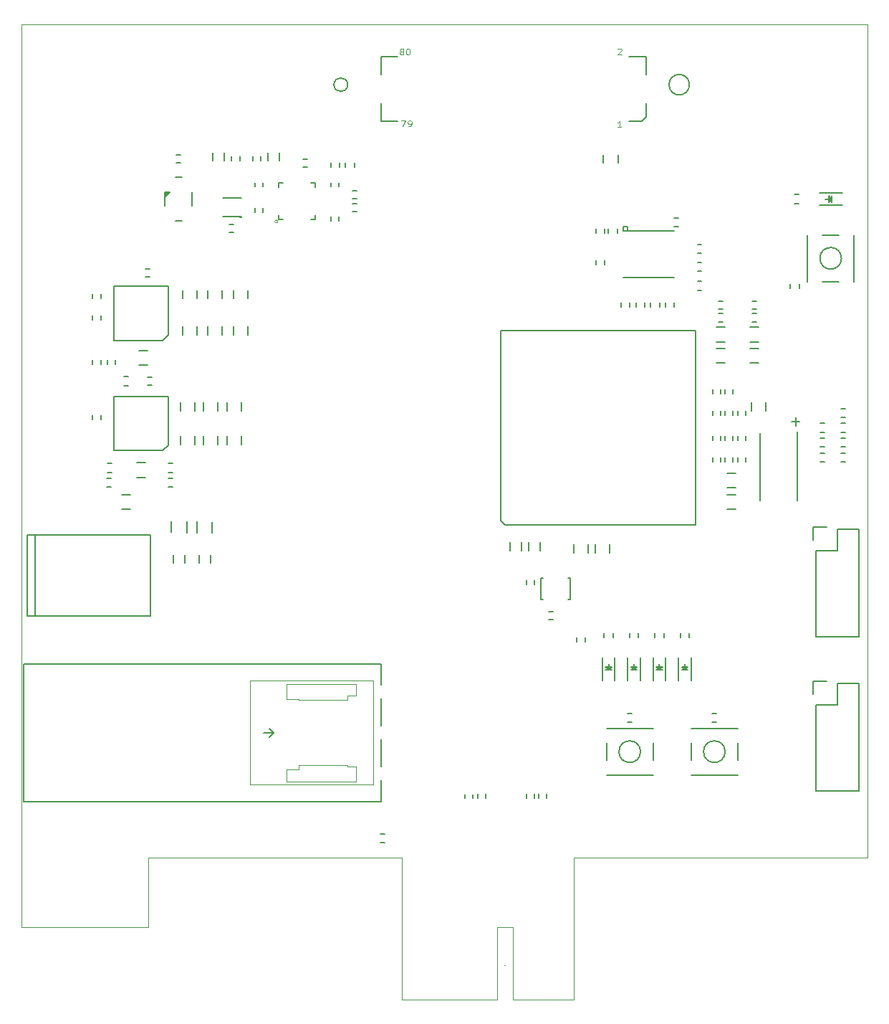
<source format=gto>
G04 #@! TF.FileFunction,Legend,Top*
%FSLAX46Y46*%
G04 Gerber Fmt 4.6, Leading zero omitted, Abs format (unit mm)*
G04 Created by KiCad (PCBNEW 4.0.1-stable) date Saturday, December 26, 2015 'PMt' 06:59:42 PM*
%MOMM*%
G01*
G04 APERTURE LIST*
%ADD10C,0.100000*%
%ADD11C,0.050000*%
%ADD12C,0.200000*%
%ADD13C,0.150000*%
%ADD14C,0.076200*%
%ADD15C,0.101600*%
%ADD16C,0.127000*%
%ADD17C,0.124460*%
G04 APERTURE END LIST*
D10*
D11*
X107150000Y-138250000D02*
X141850000Y-138250000D01*
X107150000Y-155000000D02*
X107150000Y-138250000D01*
X99950000Y-155000000D02*
X107150000Y-155000000D01*
X99950000Y-146500000D02*
X99950000Y-155000000D01*
X98050000Y-146500000D02*
X99950000Y-146500000D01*
X98050000Y-155000000D02*
X98050000Y-146500000D01*
X86850000Y-155000000D02*
X98050000Y-155000000D01*
X86850000Y-138250000D02*
X86850000Y-155000000D01*
X56850000Y-138250000D02*
X86850000Y-138250000D01*
X56850000Y-146500000D02*
X56850000Y-138250000D01*
X41850000Y-146500000D02*
X56850000Y-146500000D01*
X41850000Y-39850000D02*
X41850000Y-146500000D01*
X141850000Y-39850000D02*
X41850000Y-39850000D01*
X141850000Y-138250000D02*
X141850000Y-39850000D01*
D12*
X99025000Y-151000000D02*
G75*
G03X99025000Y-151000000I-25000J0D01*
G01*
X120804159Y-47000000D02*
G75*
G03X120804159Y-47000000I-1204159J0D01*
G01*
X80406226Y-47000000D02*
G75*
G03X80406226Y-47000000I-806226J0D01*
G01*
D13*
X138850000Y-59750000D02*
X136150000Y-59750000D01*
X138850000Y-61250000D02*
X136150000Y-61250000D01*
X137350000Y-60350000D02*
X137350000Y-60600000D01*
X137350000Y-60600000D02*
X137500000Y-60450000D01*
X137600000Y-60850000D02*
X137600000Y-60150000D01*
X137250000Y-60500000D02*
X136900000Y-60500000D01*
X137600000Y-60500000D02*
X137250000Y-60850000D01*
X137250000Y-60850000D02*
X137250000Y-60150000D01*
X137250000Y-60150000D02*
X137600000Y-60500000D01*
X112000000Y-117350000D02*
X112000000Y-114650000D01*
X110500000Y-117350000D02*
X110500000Y-114650000D01*
X111400000Y-115850000D02*
X111150000Y-115850000D01*
X111150000Y-115850000D02*
X111300000Y-116000000D01*
X110900000Y-116100000D02*
X111600000Y-116100000D01*
X111250000Y-115750000D02*
X111250000Y-115400000D01*
X111250000Y-116100000D02*
X110900000Y-115750000D01*
X110900000Y-115750000D02*
X111600000Y-115750000D01*
X111600000Y-115750000D02*
X111250000Y-116100000D01*
X115000000Y-117350000D02*
X115000000Y-114650000D01*
X113500000Y-117350000D02*
X113500000Y-114650000D01*
X114400000Y-115850000D02*
X114150000Y-115850000D01*
X114150000Y-115850000D02*
X114300000Y-116000000D01*
X113900000Y-116100000D02*
X114600000Y-116100000D01*
X114250000Y-115750000D02*
X114250000Y-115400000D01*
X114250000Y-116100000D02*
X113900000Y-115750000D01*
X113900000Y-115750000D02*
X114600000Y-115750000D01*
X114600000Y-115750000D02*
X114250000Y-116100000D01*
X118000000Y-117350000D02*
X118000000Y-114650000D01*
X116500000Y-117350000D02*
X116500000Y-114650000D01*
X117400000Y-115850000D02*
X117150000Y-115850000D01*
X117150000Y-115850000D02*
X117300000Y-116000000D01*
X116900000Y-116100000D02*
X117600000Y-116100000D01*
X117250000Y-115750000D02*
X117250000Y-115400000D01*
X117250000Y-116100000D02*
X116900000Y-115750000D01*
X116900000Y-115750000D02*
X117600000Y-115750000D01*
X117600000Y-115750000D02*
X117250000Y-116100000D01*
X121000000Y-117350000D02*
X121000000Y-114650000D01*
X119500000Y-117350000D02*
X119500000Y-114650000D01*
X120400000Y-115850000D02*
X120150000Y-115850000D01*
X120150000Y-115850000D02*
X120300000Y-116000000D01*
X119900000Y-116100000D02*
X120600000Y-116100000D01*
X120250000Y-115750000D02*
X120250000Y-115400000D01*
X120250000Y-116100000D02*
X119900000Y-115750000D01*
X119900000Y-115750000D02*
X120600000Y-115750000D01*
X120600000Y-115750000D02*
X120250000Y-116100000D01*
X140810000Y-99480000D02*
X140810000Y-112180000D01*
X140810000Y-112180000D02*
X135730000Y-112180000D01*
X135730000Y-112180000D02*
X135730000Y-102020000D01*
X140810000Y-99480000D02*
X138270000Y-99480000D01*
X137000000Y-99200000D02*
X135450000Y-99200000D01*
X138270000Y-99480000D02*
X138270000Y-102020000D01*
X138270000Y-102020000D02*
X135730000Y-102020000D01*
X135450000Y-99200000D02*
X135450000Y-100750000D01*
X140810000Y-117730000D02*
X140810000Y-130430000D01*
X140810000Y-130430000D02*
X135730000Y-130430000D01*
X135730000Y-130430000D02*
X135730000Y-120270000D01*
X140810000Y-117730000D02*
X138270000Y-117730000D01*
X137000000Y-117450000D02*
X135450000Y-117450000D01*
X138270000Y-117730000D02*
X138270000Y-120270000D01*
X138270000Y-120270000D02*
X135730000Y-120270000D01*
X135450000Y-117450000D02*
X135450000Y-119000000D01*
X43500000Y-109700000D02*
X43500000Y-100200000D01*
X57100000Y-109700000D02*
X57100000Y-100200000D01*
X42500000Y-109700000D02*
X57100000Y-109700000D01*
X42500000Y-100200000D02*
X42500000Y-109700000D01*
X57100000Y-100200000D02*
X42500000Y-100200000D01*
X106750000Y-107750000D02*
X106750000Y-105250000D01*
X106750000Y-105250000D02*
X106500000Y-105250000D01*
X106500000Y-107750000D02*
X106750000Y-107750000D01*
X103250000Y-107750000D02*
X103500000Y-107750000D01*
X103250000Y-105250000D02*
X103500000Y-105250000D01*
X103250000Y-105250000D02*
X103250000Y-107750000D01*
X60650000Y-88500000D02*
X60650000Y-89500000D01*
X62350000Y-89500000D02*
X62350000Y-88500000D01*
X58540000Y-90190000D02*
X59190000Y-89540000D01*
X59190000Y-89540000D02*
X59190000Y-83810000D01*
X59190000Y-83810000D02*
X52810000Y-83810000D01*
X52810000Y-83810000D02*
X52810000Y-90190000D01*
X52810000Y-90190000D02*
X58540000Y-90190000D01*
X62350000Y-85500000D02*
X62350000Y-84500000D01*
X60650000Y-84500000D02*
X60650000Y-85500000D01*
X54500000Y-81475000D02*
X54000000Y-81475000D01*
X54000000Y-82525000D02*
X54500000Y-82525000D01*
X57250000Y-81525000D02*
X56750000Y-81525000D01*
X56750000Y-82475000D02*
X57250000Y-82475000D01*
X64400000Y-99950000D02*
X64400000Y-98650000D01*
X62600000Y-99950000D02*
X62600000Y-98550000D01*
X64175000Y-102500000D02*
X64175000Y-103500000D01*
X62825000Y-103500000D02*
X62825000Y-102500000D01*
X65600000Y-72250000D02*
X65600000Y-71250000D01*
X63900000Y-71250000D02*
X63900000Y-72250000D01*
X60900000Y-75500000D02*
X60900000Y-76500000D01*
X62600000Y-76500000D02*
X62600000Y-75500000D01*
X55750000Y-80100000D02*
X56750000Y-80100000D01*
X56750000Y-78400000D02*
X55750000Y-78400000D01*
X53750000Y-97100000D02*
X54750000Y-97100000D01*
X54750000Y-95400000D02*
X53750000Y-95400000D01*
X57000000Y-68775000D02*
X56500000Y-68775000D01*
X56500000Y-69725000D02*
X57000000Y-69725000D01*
X63900000Y-75500000D02*
X63900000Y-76500000D01*
X65600000Y-76500000D02*
X65600000Y-75500000D01*
X59600000Y-98550000D02*
X59600000Y-99850000D01*
X61400000Y-98550000D02*
X61400000Y-99950000D01*
X59825000Y-103500000D02*
X59825000Y-102500000D01*
X61175000Y-102500000D02*
X61175000Y-103500000D01*
X62600000Y-72250000D02*
X62600000Y-71250000D01*
X60900000Y-71250000D02*
X60900000Y-72250000D01*
X52975000Y-80000000D02*
X52975000Y-79500000D01*
X52025000Y-79500000D02*
X52025000Y-80000000D01*
X58540000Y-77190000D02*
X59190000Y-76540000D01*
X59190000Y-76540000D02*
X59190000Y-70810000D01*
X59190000Y-70810000D02*
X52810000Y-70810000D01*
X52810000Y-70810000D02*
X52810000Y-77190000D01*
X52810000Y-77190000D02*
X58540000Y-77190000D01*
X51275000Y-74750000D02*
X51275000Y-74250000D01*
X50225000Y-74250000D02*
X50225000Y-74750000D01*
X50225000Y-71750000D02*
X50225000Y-72250000D01*
X51275000Y-72250000D02*
X51275000Y-71750000D01*
X50225000Y-79500000D02*
X50225000Y-80000000D01*
X51275000Y-80000000D02*
X51275000Y-79500000D01*
X52500000Y-91725000D02*
X52000000Y-91725000D01*
X52000000Y-92775000D02*
X52500000Y-92775000D01*
X51950000Y-94525000D02*
X52450000Y-94525000D01*
X52450000Y-93475000D02*
X51950000Y-93475000D01*
X59750000Y-93475000D02*
X59250000Y-93475000D01*
X59250000Y-94525000D02*
X59750000Y-94525000D01*
X55500000Y-93350000D02*
X56500000Y-93350000D01*
X56500000Y-91650000D02*
X55500000Y-91650000D01*
X59250000Y-92775000D02*
X59750000Y-92775000D01*
X59750000Y-91725000D02*
X59250000Y-91725000D01*
D11*
X107150000Y-138250000D02*
X141850000Y-138250000D01*
X141850000Y-138250000D02*
X141850000Y-39850000D01*
X41850000Y-39850000D02*
X141850000Y-39850000D01*
X107150000Y-155000000D02*
X107150000Y-138250000D01*
X86850000Y-155000000D02*
X86850000Y-138250000D01*
X86850000Y-138250000D02*
X56850000Y-138250000D01*
X56850000Y-146500000D02*
X56850000Y-138250000D01*
X41850000Y-146500000D02*
X56850000Y-146500000D01*
X41850000Y-39850000D02*
X41850000Y-146500000D01*
X99950000Y-146500000D02*
X99950000Y-155000000D01*
X98050000Y-155000000D02*
X98050000Y-146500000D01*
X98050000Y-146500000D02*
X99950000Y-146500000D01*
X98050000Y-155000000D02*
X86850000Y-155000000D01*
X99950000Y-155000000D02*
X107150000Y-155000000D01*
D13*
X98500000Y-76000000D02*
X98500000Y-98500000D01*
X121500000Y-76000000D02*
X98500000Y-76000000D01*
X121500000Y-99000000D02*
X121500000Y-76000000D01*
X99000000Y-99000000D02*
X121500000Y-99000000D01*
X98500000Y-98500000D02*
X99000000Y-99000000D01*
X84400000Y-129108320D02*
X84400000Y-131625000D01*
X84400000Y-124307720D02*
X84400000Y-127492880D01*
X84400000Y-119507120D02*
X84400000Y-122692280D01*
X84400000Y-115375000D02*
X84400000Y-117891680D01*
X42100000Y-115375000D02*
X42100000Y-131625000D01*
D14*
X68900000Y-117375000D02*
X68900000Y-129625000D01*
X83400000Y-117375000D02*
X83400000Y-129625000D01*
X83400000Y-129625000D02*
X68900000Y-129625000D01*
X83400000Y-117375000D02*
X68900000Y-117375000D01*
D13*
X84400000Y-131625000D02*
X42100000Y-131625000D01*
X84400000Y-115375000D02*
X42100000Y-115375000D01*
D10*
X72155278Y-63150000D02*
G75*
G03X72155278Y-63150000I-180278J0D01*
G01*
D13*
X72275000Y-58600000D02*
X72800000Y-58600000D01*
X76575000Y-62900000D02*
X76050000Y-62900000D01*
X76575000Y-58600000D02*
X76050000Y-58600000D01*
X72275000Y-62900000D02*
X72275000Y-62375000D01*
X76575000Y-62900000D02*
X76575000Y-62375000D01*
X76575000Y-58600000D02*
X76575000Y-59125000D01*
X72275000Y-58600000D02*
X72275000Y-59125000D01*
X72800000Y-62900000D02*
X72275000Y-62900000D01*
X67875000Y-62540000D02*
X67875000Y-62690000D01*
X67725000Y-62690000D02*
X67725000Y-62540000D01*
X67875000Y-62690000D02*
X67725000Y-62690000D01*
X67875000Y-62540000D02*
X65675000Y-62540000D01*
X67875000Y-60340000D02*
X65675000Y-60340000D01*
X59025000Y-59700000D02*
X58825000Y-59900000D01*
X59225000Y-59700000D02*
X58825000Y-60100000D01*
X58825000Y-59700000D02*
X59425000Y-59700000D01*
X59425000Y-59700000D02*
X58825000Y-60300000D01*
X60825000Y-57900000D02*
X60025000Y-57900000D01*
X60825000Y-63100000D02*
X60025000Y-63100000D01*
X58825000Y-59700000D02*
X58825000Y-61300000D01*
X62025000Y-59700000D02*
X62025000Y-61300000D01*
X113000000Y-64250000D02*
X113000000Y-63750000D01*
X113000000Y-63750000D02*
X113500000Y-63750000D01*
X113500000Y-63750000D02*
X113500000Y-64250000D01*
X113000000Y-69750000D02*
X119000000Y-69750000D01*
X113000000Y-64250000D02*
X119000000Y-64250000D01*
X116500000Y-128500000D02*
X111000000Y-128500000D01*
X116500000Y-124750000D02*
X116500000Y-126750000D01*
X111000000Y-123000000D02*
X116500000Y-123000000D01*
X111000000Y-124750000D02*
X111000000Y-126750000D01*
X115024755Y-125750000D02*
G75*
G03X115024755Y-125750000I-1274755J0D01*
G01*
X126500000Y-128500000D02*
X121000000Y-128500000D01*
X126500000Y-124750000D02*
X126500000Y-126750000D01*
X121000000Y-123000000D02*
X126500000Y-123000000D01*
X121000000Y-124750000D02*
X121000000Y-126750000D01*
X125024755Y-125750000D02*
G75*
G03X125024755Y-125750000I-1274755J0D01*
G01*
X140250000Y-64750000D02*
X140250000Y-70250000D01*
X136500000Y-64750000D02*
X138500000Y-64750000D01*
X134750000Y-70250000D02*
X134750000Y-64750000D01*
X136500000Y-70250000D02*
X138500000Y-70250000D01*
X138774755Y-67500000D02*
G75*
G03X138774755Y-67500000I-1274755J0D01*
G01*
X114000000Y-121225000D02*
X113500000Y-121225000D01*
X113500000Y-122275000D02*
X114000000Y-122275000D01*
X124000000Y-121225000D02*
X123500000Y-121225000D01*
X123500000Y-122275000D02*
X124000000Y-122275000D01*
X119725000Y-111750000D02*
X119725000Y-112250000D01*
X120775000Y-112250000D02*
X120775000Y-111750000D01*
X116725000Y-111750000D02*
X116725000Y-112250000D01*
X117775000Y-112250000D02*
X117775000Y-111750000D01*
X113725000Y-111750000D02*
X113725000Y-112250000D01*
X114775000Y-112250000D02*
X114775000Y-111750000D01*
X110725000Y-111750000D02*
X110725000Y-112250000D01*
X111775000Y-112250000D02*
X111775000Y-111750000D01*
X122250000Y-70225000D02*
X121750000Y-70225000D01*
X121750000Y-71275000D02*
X122250000Y-71275000D01*
X121750000Y-69025000D02*
X122250000Y-69025000D01*
X122250000Y-67975000D02*
X121750000Y-67975000D01*
X132725000Y-70500000D02*
X132725000Y-71000000D01*
X133775000Y-71000000D02*
X133775000Y-70500000D01*
X133750000Y-59975000D02*
X133250000Y-59975000D01*
X133250000Y-61025000D02*
X133750000Y-61025000D01*
X138750000Y-86275000D02*
X139250000Y-86275000D01*
X139250000Y-85225000D02*
X138750000Y-85225000D01*
X112275000Y-64500000D02*
X112275000Y-64000000D01*
X111225000Y-64000000D02*
X111225000Y-64500000D01*
X136250000Y-91525000D02*
X136750000Y-91525000D01*
X136750000Y-90475000D02*
X136250000Y-90475000D01*
X138750000Y-91525000D02*
X139250000Y-91525000D01*
X139250000Y-90475000D02*
X138750000Y-90475000D01*
X121750000Y-66900000D02*
X122250000Y-66900000D01*
X122250000Y-65850000D02*
X121750000Y-65850000D01*
X110775000Y-68250000D02*
X110775000Y-67750000D01*
X109725000Y-67750000D02*
X109725000Y-68250000D01*
X110775000Y-64500000D02*
X110775000Y-64000000D01*
X109725000Y-64000000D02*
X109725000Y-64500000D01*
X136250000Y-89775000D02*
X136750000Y-89775000D01*
X136750000Y-88725000D02*
X136250000Y-88725000D01*
X138750000Y-89775000D02*
X139250000Y-89775000D01*
X139250000Y-88725000D02*
X138750000Y-88725000D01*
X119025000Y-73250000D02*
X119025000Y-72750000D01*
X117975000Y-72750000D02*
X117975000Y-73250000D01*
X117275000Y-73250000D02*
X117275000Y-72750000D01*
X116225000Y-72750000D02*
X116225000Y-73250000D01*
X115525000Y-73250000D02*
X115525000Y-72750000D01*
X114475000Y-72750000D02*
X114475000Y-73250000D01*
X113775000Y-73250000D02*
X113775000Y-72750000D01*
X112725000Y-72750000D02*
X112725000Y-73250000D01*
X136250000Y-88025000D02*
X136750000Y-88025000D01*
X136750000Y-86975000D02*
X136250000Y-86975000D01*
X138750000Y-88025000D02*
X139250000Y-88025000D01*
X139250000Y-86975000D02*
X138750000Y-86975000D01*
X84250000Y-136525000D02*
X84750000Y-136525000D01*
X84750000Y-135475000D02*
X84250000Y-135475000D01*
X108525000Y-112750000D02*
X108525000Y-112250000D01*
X107475000Y-112250000D02*
X107475000Y-112750000D01*
D15*
X80380000Y-127350000D02*
X80380000Y-127490000D01*
X74620000Y-127350000D02*
X74620000Y-127890000D01*
X74620000Y-127350000D02*
X80380000Y-127350000D01*
X74620000Y-119510000D02*
X74620000Y-119650000D01*
X80380000Y-119110000D02*
X80380000Y-119650000D01*
X80380000Y-119650000D02*
X74620000Y-119650000D01*
X81440000Y-127490000D02*
X80380000Y-127490000D01*
X73160000Y-119510000D02*
X74620000Y-119510000D01*
D13*
X71700000Y-123500000D02*
X71200000Y-124000000D01*
X70500000Y-123500000D02*
X71700000Y-123500000D01*
X71700000Y-123500000D02*
X71200000Y-123000000D01*
D15*
X73160000Y-129250000D02*
X73160000Y-127890000D01*
X73160000Y-127890000D02*
X74620000Y-127890000D01*
X73160000Y-117750000D02*
X73160000Y-119510000D01*
X81440000Y-129250000D02*
X81440000Y-127490000D01*
X81440000Y-119110000D02*
X80380000Y-119110000D01*
X81440000Y-117750000D02*
X81440000Y-119110000D01*
X81440000Y-129250000D02*
X73160000Y-129250000D01*
X81440000Y-117750000D02*
X73160000Y-117750000D01*
D16*
X115651480Y-50799460D02*
X115151100Y-51299840D01*
X115651480Y-50799460D02*
X115651480Y-50700400D01*
X115651480Y-50100960D02*
X115651480Y-50700400D01*
X114450060Y-51299840D02*
X115151100Y-51299840D01*
X115651480Y-50100960D02*
X115651480Y-49199260D01*
X113649960Y-51299840D02*
X114450060Y-51299840D01*
X115651480Y-45800740D02*
X115651480Y-43700160D01*
X115651480Y-43700160D02*
X113649960Y-43700160D01*
X84351060Y-49199260D02*
X84351060Y-51299840D01*
X84351060Y-51299840D02*
X86350040Y-51299840D01*
X84351060Y-45800740D02*
X84351060Y-43700160D01*
X84351060Y-43700160D02*
X86350040Y-43700160D01*
D13*
X64500000Y-56000000D02*
X64500000Y-55000000D01*
X65850000Y-55000000D02*
X65850000Y-56000000D01*
X71000000Y-56000000D02*
X71000000Y-55000000D01*
X72350000Y-55000000D02*
X72350000Y-56000000D01*
X103175000Y-101000000D02*
X103175000Y-102000000D01*
X101825000Y-102000000D02*
X101825000Y-101000000D01*
X100925000Y-101000000D02*
X100925000Y-102000000D01*
X99575000Y-102000000D02*
X99575000Y-101000000D01*
X78450000Y-58550000D02*
X78450000Y-59050000D01*
X79400000Y-59050000D02*
X79400000Y-58550000D01*
X69450000Y-61550000D02*
X69450000Y-62050000D01*
X70400000Y-62050000D02*
X70400000Y-61550000D01*
X69200000Y-55450000D02*
X69200000Y-55950000D01*
X70150000Y-55950000D02*
X70150000Y-55450000D01*
X60175000Y-56225000D02*
X60675000Y-56225000D01*
X60675000Y-55275000D02*
X60175000Y-55275000D01*
X79400000Y-63050000D02*
X79400000Y-62550000D01*
X78450000Y-62550000D02*
X78450000Y-63050000D01*
X66425000Y-64475000D02*
X66925000Y-64475000D01*
X66925000Y-63525000D02*
X66425000Y-63525000D01*
X75675000Y-55775000D02*
X75175000Y-55775000D01*
X75175000Y-56725000D02*
X75675000Y-56725000D01*
X66700000Y-55450000D02*
X66700000Y-55950000D01*
X67650000Y-55950000D02*
X67650000Y-55450000D01*
X69450000Y-58550000D02*
X69450000Y-59050000D01*
X70400000Y-59050000D02*
X70400000Y-58550000D01*
X119500000Y-62775000D02*
X119000000Y-62775000D01*
X119000000Y-63725000D02*
X119500000Y-63725000D01*
X81500000Y-61025000D02*
X81000000Y-61025000D01*
X81000000Y-61975000D02*
X81500000Y-61975000D01*
X81500000Y-59525000D02*
X81000000Y-59525000D01*
X81000000Y-60475000D02*
X81500000Y-60475000D01*
X126250000Y-95400000D02*
X125250000Y-95400000D01*
X125250000Y-97100000D02*
X126250000Y-97100000D01*
X129000000Y-75650000D02*
X128000000Y-75650000D01*
X128000000Y-77350000D02*
X129000000Y-77350000D01*
X126250000Y-92900000D02*
X125250000Y-92900000D01*
X125250000Y-94600000D02*
X126250000Y-94600000D01*
X112350000Y-56250000D02*
X112350000Y-55250000D01*
X110650000Y-55250000D02*
X110650000Y-56250000D01*
X129000000Y-78150000D02*
X128000000Y-78150000D01*
X128000000Y-79850000D02*
X129000000Y-79850000D01*
X125000000Y-75650000D02*
X124000000Y-75650000D01*
X124000000Y-77350000D02*
X125000000Y-77350000D01*
X128150000Y-84500000D02*
X128150000Y-85500000D01*
X129850000Y-85500000D02*
X129850000Y-84500000D01*
X125000000Y-78150000D02*
X124000000Y-78150000D01*
X124000000Y-79850000D02*
X125000000Y-79850000D01*
X108850000Y-102250000D02*
X108850000Y-101250000D01*
X107150000Y-101250000D02*
X107150000Y-102250000D01*
X111350000Y-102250000D02*
X111350000Y-101250000D01*
X109650000Y-101250000D02*
X109650000Y-102250000D01*
X133850000Y-86800000D02*
X132850000Y-86800000D01*
X133350000Y-86300000D02*
X133350000Y-87300000D01*
X133350000Y-87300000D02*
X133350000Y-86300000D01*
X129150000Y-88100000D02*
X129150000Y-96100000D01*
X133550000Y-96100000D02*
X133550000Y-88000000D01*
X103950000Y-131250000D02*
X103950000Y-130750000D01*
X103000000Y-130750000D02*
X103000000Y-131250000D01*
X102475000Y-131250000D02*
X102475000Y-130750000D01*
X101525000Y-130750000D02*
X101525000Y-131250000D01*
X96725000Y-131250000D02*
X96725000Y-130750000D01*
X95775000Y-130750000D02*
X95775000Y-131250000D01*
X95225000Y-131275000D02*
X95225000Y-130775000D01*
X94275000Y-130775000D02*
X94275000Y-131275000D01*
X81200000Y-56750000D02*
X81200000Y-56250000D01*
X80150000Y-56250000D02*
X80150000Y-56750000D01*
X79450000Y-56750000D02*
X79450000Y-56250000D01*
X78400000Y-56250000D02*
X78400000Y-56750000D01*
X127475000Y-89000000D02*
X127475000Y-88500000D01*
X126525000Y-88500000D02*
X126525000Y-89000000D01*
X124475000Y-89000000D02*
X124475000Y-88500000D01*
X123525000Y-88500000D02*
X123525000Y-89000000D01*
X128750000Y-74025000D02*
X128250000Y-74025000D01*
X128250000Y-74975000D02*
X128750000Y-74975000D01*
X125975000Y-89000000D02*
X125975000Y-88500000D01*
X125025000Y-88500000D02*
X125025000Y-89000000D01*
X125025000Y-83000000D02*
X125025000Y-83500000D01*
X125975000Y-83500000D02*
X125975000Y-83000000D01*
X128750000Y-72525000D02*
X128250000Y-72525000D01*
X128250000Y-73475000D02*
X128750000Y-73475000D01*
X127475000Y-91500000D02*
X127475000Y-91000000D01*
X126525000Y-91000000D02*
X126525000Y-91500000D01*
X126525000Y-85500000D02*
X126525000Y-86000000D01*
X127475000Y-86000000D02*
X127475000Y-85500000D01*
X125975000Y-91500000D02*
X125975000Y-91000000D01*
X125025000Y-91000000D02*
X125025000Y-91500000D01*
X125025000Y-85500000D02*
X125025000Y-86000000D01*
X125975000Y-86000000D02*
X125975000Y-85500000D01*
X124475000Y-91500000D02*
X124475000Y-91000000D01*
X123525000Y-91000000D02*
X123525000Y-91500000D01*
X123525000Y-83000000D02*
X123525000Y-83500000D01*
X124475000Y-83500000D02*
X124475000Y-83000000D01*
X123525000Y-85500000D02*
X123525000Y-86000000D01*
X124475000Y-86000000D02*
X124475000Y-85500000D01*
X124750000Y-72525000D02*
X124250000Y-72525000D01*
X124250000Y-73475000D02*
X124750000Y-73475000D01*
X124750000Y-74025000D02*
X124250000Y-74025000D01*
X124250000Y-74975000D02*
X124750000Y-74975000D01*
X104700000Y-109225000D02*
X104200000Y-109225000D01*
X104200000Y-110175000D02*
X104700000Y-110175000D01*
X102475000Y-106000000D02*
X102475000Y-105500000D01*
X101525000Y-105500000D02*
X101525000Y-106000000D01*
X65100000Y-85500000D02*
X65100000Y-84500000D01*
X63400000Y-84500000D02*
X63400000Y-85500000D01*
X63400000Y-88500000D02*
X63400000Y-89500000D01*
X65100000Y-89500000D02*
X65100000Y-88500000D01*
X68600000Y-72250000D02*
X68600000Y-71250000D01*
X66900000Y-71250000D02*
X66900000Y-72250000D01*
X66900000Y-75500000D02*
X66900000Y-76500000D01*
X68600000Y-76500000D02*
X68600000Y-75500000D01*
X67850000Y-85500000D02*
X67850000Y-84500000D01*
X66150000Y-84500000D02*
X66150000Y-85500000D01*
X66150000Y-88500000D02*
X66150000Y-89500000D01*
X67850000Y-89500000D02*
X67850000Y-88500000D01*
X51275000Y-86500000D02*
X51275000Y-86000000D01*
X50225000Y-86000000D02*
X50225000Y-86500000D01*
D17*
X86724251Y-43056845D02*
X86648293Y-43023583D01*
X86610314Y-42990321D01*
X86572335Y-42923798D01*
X86572335Y-42890536D01*
X86610314Y-42824012D01*
X86648293Y-42790750D01*
X86724251Y-42757488D01*
X86876168Y-42757488D01*
X86952126Y-42790750D01*
X86990105Y-42824012D01*
X87028084Y-42890536D01*
X87028084Y-42923798D01*
X86990105Y-42990321D01*
X86952126Y-43023583D01*
X86876168Y-43056845D01*
X86724251Y-43056845D01*
X86648293Y-43090107D01*
X86610314Y-43123369D01*
X86572335Y-43189893D01*
X86572335Y-43322940D01*
X86610314Y-43389464D01*
X86648293Y-43422726D01*
X86724251Y-43455988D01*
X86876168Y-43455988D01*
X86952126Y-43422726D01*
X86990105Y-43389464D01*
X87028084Y-43322940D01*
X87028084Y-43189893D01*
X86990105Y-43123369D01*
X86952126Y-43090107D01*
X86876168Y-43056845D01*
X87521811Y-42757488D02*
X87597770Y-42757488D01*
X87673728Y-42790750D01*
X87711707Y-42824012D01*
X87749686Y-42890536D01*
X87787665Y-43023583D01*
X87787665Y-43189893D01*
X87749686Y-43322940D01*
X87711707Y-43389464D01*
X87673728Y-43422726D01*
X87597770Y-43455988D01*
X87521811Y-43455988D01*
X87445853Y-43422726D01*
X87407874Y-43389464D01*
X87369895Y-43322940D01*
X87331916Y-43189893D01*
X87331916Y-43023583D01*
X87369895Y-42890536D01*
X87407874Y-42824012D01*
X87445853Y-42790750D01*
X87521811Y-42757488D01*
X86714356Y-51237488D02*
X87246063Y-51237488D01*
X86904251Y-51935988D01*
X87587874Y-51935988D02*
X87739790Y-51935988D01*
X87815749Y-51902726D01*
X87853728Y-51869464D01*
X87929686Y-51769679D01*
X87967665Y-51636631D01*
X87967665Y-51370536D01*
X87929686Y-51304012D01*
X87891707Y-51270750D01*
X87815749Y-51237488D01*
X87663832Y-51237488D01*
X87587874Y-51270750D01*
X87549895Y-51304012D01*
X87511916Y-51370536D01*
X87511916Y-51536845D01*
X87549895Y-51603369D01*
X87587874Y-51636631D01*
X87663832Y-51669893D01*
X87815749Y-51669893D01*
X87891707Y-51636631D01*
X87929686Y-51603369D01*
X87967665Y-51536845D01*
X112747875Y-51975988D02*
X112292126Y-51975988D01*
X112520000Y-51975988D02*
X112520000Y-51277488D01*
X112444042Y-51377274D01*
X112368084Y-51443798D01*
X112292126Y-51477060D01*
X112342126Y-42784012D02*
X112380105Y-42750750D01*
X112456063Y-42717488D01*
X112645959Y-42717488D01*
X112721917Y-42750750D01*
X112759896Y-42784012D01*
X112797875Y-42850536D01*
X112797875Y-42917060D01*
X112759896Y-43016845D01*
X112304147Y-43415988D01*
X112797875Y-43415988D01*
M02*

</source>
